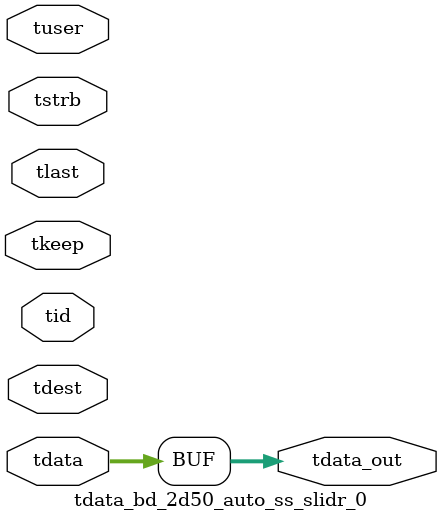
<source format=v>


`timescale 1ps/1ps

module tdata_bd_2d50_auto_ss_slidr_0 #
(
parameter C_S_AXIS_TDATA_WIDTH = 32,
parameter C_S_AXIS_TUSER_WIDTH = 0,
parameter C_S_AXIS_TID_WIDTH   = 0,
parameter C_S_AXIS_TDEST_WIDTH = 0,
parameter C_M_AXIS_TDATA_WIDTH = 32
)
(
input  [(C_S_AXIS_TDATA_WIDTH == 0 ? 1 : C_S_AXIS_TDATA_WIDTH)-1:0     ] tdata,
input  [(C_S_AXIS_TUSER_WIDTH == 0 ? 1 : C_S_AXIS_TUSER_WIDTH)-1:0     ] tuser,
input  [(C_S_AXIS_TID_WIDTH   == 0 ? 1 : C_S_AXIS_TID_WIDTH)-1:0       ] tid,
input  [(C_S_AXIS_TDEST_WIDTH == 0 ? 1 : C_S_AXIS_TDEST_WIDTH)-1:0     ] tdest,
input  [(C_S_AXIS_TDATA_WIDTH/8)-1:0 ] tkeep,
input  [(C_S_AXIS_TDATA_WIDTH/8)-1:0 ] tstrb,
input                                                                    tlast,
output [C_M_AXIS_TDATA_WIDTH-1:0] tdata_out
);

assign tdata_out = {tdata[47:0]};

endmodule


</source>
